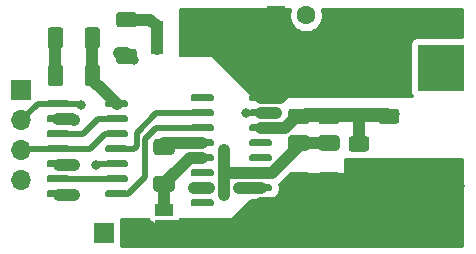
<source format=gbr>
%TF.GenerationSoftware,KiCad,Pcbnew,(5.1.9)-1*%
%TF.CreationDate,2021-11-14T21:39:45-06:00*%
%TF.ProjectId,BLDC_Cont,424c4443-5f43-46f6-9e74-2e6b69636164,rev?*%
%TF.SameCoordinates,Original*%
%TF.FileFunction,Copper,L1,Top*%
%TF.FilePolarity,Positive*%
%FSLAX46Y46*%
G04 Gerber Fmt 4.6, Leading zero omitted, Abs format (unit mm)*
G04 Created by KiCad (PCBNEW (5.1.9)-1) date 2021-11-14 21:39:45*
%MOMM*%
%LPD*%
G01*
G04 APERTURE LIST*
%TA.AperFunction,SMDPad,CuDef*%
%ADD10R,1.000000X0.950000*%
%TD*%
%TA.AperFunction,SMDPad,CuDef*%
%ADD11R,4.900000X3.200000*%
%TD*%
%TA.AperFunction,ComponentPad*%
%ADD12C,4.000000*%
%TD*%
%TA.AperFunction,ComponentPad*%
%ADD13R,4.000000X4.000000*%
%TD*%
%TA.AperFunction,ComponentPad*%
%ADD14R,1.600000X1.600000*%
%TD*%
%TA.AperFunction,ComponentPad*%
%ADD15C,1.600000*%
%TD*%
%TA.AperFunction,SMDPad,CuDef*%
%ADD16R,1.200000X0.900000*%
%TD*%
%TA.AperFunction,SMDPad,CuDef*%
%ADD17R,1.500000X1.000000*%
%TD*%
%TA.AperFunction,ComponentPad*%
%ADD18R,1.700000X1.700000*%
%TD*%
%TA.AperFunction,ComponentPad*%
%ADD19O,1.700000X1.700000*%
%TD*%
%TA.AperFunction,ViaPad*%
%ADD20C,0.800000*%
%TD*%
%TA.AperFunction,Conductor*%
%ADD21C,1.000000*%
%TD*%
%TA.AperFunction,Conductor*%
%ADD22C,0.500000*%
%TD*%
%TA.AperFunction,Conductor*%
%ADD23C,0.254000*%
%TD*%
%TA.AperFunction,Conductor*%
%ADD24C,0.100000*%
%TD*%
G04 APERTURE END LIST*
D10*
%TO.P,D3,1*%
%TO.N,Net-(D3-Pad1)*%
X163855000Y-108920000D03*
D11*
%TO.P,D3,3*%
%TO.N,/VDD*%
X168205000Y-107950000D03*
D10*
%TO.P,D3,2*%
%TO.N,Net-(D3-Pad1)*%
X163855000Y-106980000D03*
%TD*%
D12*
%TO.P,C7,2*%
%TO.N,GNDPWR*%
X187960000Y-120490000D03*
D13*
%TO.P,C7,1*%
%TO.N,+VDC*%
X187960000Y-110490000D03*
%TD*%
%TO.P,C1,1*%
%TO.N,+5VD*%
%TA.AperFunction,SMDPad,CuDef*%
G36*
G01*
X163814997Y-116520000D02*
X165115003Y-116520000D01*
G75*
G02*
X165365000Y-116769997I0J-249997D01*
G01*
X165365000Y-117595003D01*
G75*
G02*
X165115003Y-117845000I-249997J0D01*
G01*
X163814997Y-117845000D01*
G75*
G02*
X163565000Y-117595003I0J249997D01*
G01*
X163565000Y-116769997D01*
G75*
G02*
X163814997Y-116520000I249997J0D01*
G01*
G37*
%TD.AperFunction*%
%TO.P,C1,2*%
%TO.N,GNDD*%
%TA.AperFunction,SMDPad,CuDef*%
G36*
G01*
X163814997Y-119645000D02*
X165115003Y-119645000D01*
G75*
G02*
X165365000Y-119894997I0J-249997D01*
G01*
X165365000Y-120720003D01*
G75*
G02*
X165115003Y-120970000I-249997J0D01*
G01*
X163814997Y-120970000D01*
G75*
G02*
X163565000Y-120720003I0J249997D01*
G01*
X163565000Y-119894997D01*
G75*
G02*
X163814997Y-119645000I249997J0D01*
G01*
G37*
%TD.AperFunction*%
%TD*%
%TO.P,C2,2*%
%TO.N,GNDPWR*%
%TA.AperFunction,SMDPad,CuDef*%
G36*
G01*
X175244997Y-119302500D02*
X176545003Y-119302500D01*
G75*
G02*
X176795000Y-119552497I0J-249997D01*
G01*
X176795000Y-120377503D01*
G75*
G02*
X176545003Y-120627500I-249997J0D01*
G01*
X175244997Y-120627500D01*
G75*
G02*
X174995000Y-120377503I0J249997D01*
G01*
X174995000Y-119552497D01*
G75*
G02*
X175244997Y-119302500I249997J0D01*
G01*
G37*
%TD.AperFunction*%
%TO.P,C2,1*%
%TO.N,+12V*%
%TA.AperFunction,SMDPad,CuDef*%
G36*
G01*
X175244997Y-116177500D02*
X176545003Y-116177500D01*
G75*
G02*
X176795000Y-116427497I0J-249997D01*
G01*
X176795000Y-117252503D01*
G75*
G02*
X176545003Y-117502500I-249997J0D01*
G01*
X175244997Y-117502500D01*
G75*
G02*
X174995000Y-117252503I0J249997D01*
G01*
X174995000Y-116427497D01*
G75*
G02*
X175244997Y-116177500I249997J0D01*
G01*
G37*
%TD.AperFunction*%
%TD*%
%TO.P,C3,1*%
%TO.N,+12V*%
%TA.AperFunction,SMDPad,CuDef*%
G36*
G01*
X177784997Y-116177500D02*
X179085003Y-116177500D01*
G75*
G02*
X179335000Y-116427497I0J-249997D01*
G01*
X179335000Y-117252503D01*
G75*
G02*
X179085003Y-117502500I-249997J0D01*
G01*
X177784997Y-117502500D01*
G75*
G02*
X177535000Y-117252503I0J249997D01*
G01*
X177535000Y-116427497D01*
G75*
G02*
X177784997Y-116177500I249997J0D01*
G01*
G37*
%TD.AperFunction*%
%TO.P,C3,2*%
%TO.N,GNDPWR*%
%TA.AperFunction,SMDPad,CuDef*%
G36*
G01*
X177784997Y-119302500D02*
X179085003Y-119302500D01*
G75*
G02*
X179335000Y-119552497I0J-249997D01*
G01*
X179335000Y-120377503D01*
G75*
G02*
X179085003Y-120627500I-249997J0D01*
G01*
X177784997Y-120627500D01*
G75*
G02*
X177535000Y-120377503I0J249997D01*
G01*
X177535000Y-119552497D01*
G75*
G02*
X177784997Y-119302500I249997J0D01*
G01*
G37*
%TD.AperFunction*%
%TD*%
%TO.P,C4,2*%
%TO.N,/PHASE*%
%TA.AperFunction,SMDPad,CuDef*%
G36*
G01*
X175244997Y-113930000D02*
X176545003Y-113930000D01*
G75*
G02*
X176795000Y-114179997I0J-249997D01*
G01*
X176795000Y-115005003D01*
G75*
G02*
X176545003Y-115255000I-249997J0D01*
G01*
X175244997Y-115255000D01*
G75*
G02*
X174995000Y-115005003I0J249997D01*
G01*
X174995000Y-114179997D01*
G75*
G02*
X175244997Y-113930000I249997J0D01*
G01*
G37*
%TD.AperFunction*%
%TO.P,C4,1*%
%TO.N,/VDD*%
%TA.AperFunction,SMDPad,CuDef*%
G36*
G01*
X175244997Y-110805000D02*
X176545003Y-110805000D01*
G75*
G02*
X176795000Y-111054997I0J-249997D01*
G01*
X176795000Y-111880003D01*
G75*
G02*
X176545003Y-112130000I-249997J0D01*
G01*
X175244997Y-112130000D01*
G75*
G02*
X174995000Y-111880003I0J249997D01*
G01*
X174995000Y-111054997D01*
G75*
G02*
X175244997Y-110805000I249997J0D01*
G01*
G37*
%TD.AperFunction*%
%TD*%
%TO.P,C5,1*%
%TO.N,/VDD*%
%TA.AperFunction,SMDPad,CuDef*%
G36*
G01*
X177784997Y-110805000D02*
X179085003Y-110805000D01*
G75*
G02*
X179335000Y-111054997I0J-249997D01*
G01*
X179335000Y-111880003D01*
G75*
G02*
X179085003Y-112130000I-249997J0D01*
G01*
X177784997Y-112130000D01*
G75*
G02*
X177535000Y-111880003I0J249997D01*
G01*
X177535000Y-111054997D01*
G75*
G02*
X177784997Y-110805000I249997J0D01*
G01*
G37*
%TD.AperFunction*%
%TO.P,C5,2*%
%TO.N,/PHASE*%
%TA.AperFunction,SMDPad,CuDef*%
G36*
G01*
X177784997Y-113930000D02*
X179085003Y-113930000D01*
G75*
G02*
X179335000Y-114179997I0J-249997D01*
G01*
X179335000Y-115005003D01*
G75*
G02*
X179085003Y-115255000I-249997J0D01*
G01*
X177784997Y-115255000D01*
G75*
G02*
X177535000Y-115005003I0J249997D01*
G01*
X177535000Y-114179997D01*
G75*
G02*
X177784997Y-113930000I249997J0D01*
G01*
G37*
%TD.AperFunction*%
%TD*%
D14*
%TO.P,C6,1*%
%TO.N,/VDD*%
X173990000Y-106045000D03*
D15*
%TO.P,C6,2*%
%TO.N,/PHASE*%
X176490000Y-106045000D03*
%TD*%
D16*
%TO.P,D4,1*%
%TO.N,/VDD*%
X180975000Y-111380000D03*
%TO.P,D4,2*%
%TO.N,/PHASE*%
X180975000Y-114680000D03*
%TD*%
%TO.P,R3,2*%
%TO.N,+12V*%
%TA.AperFunction,SMDPad,CuDef*%
G36*
G01*
X160664999Y-108850000D02*
X161915001Y-108850000D01*
G75*
G02*
X162165000Y-109099999I0J-249999D01*
G01*
X162165000Y-109900001D01*
G75*
G02*
X161915001Y-110150000I-249999J0D01*
G01*
X160664999Y-110150000D01*
G75*
G02*
X160415000Y-109900001I0J249999D01*
G01*
X160415000Y-109099999D01*
G75*
G02*
X160664999Y-108850000I249999J0D01*
G01*
G37*
%TD.AperFunction*%
%TO.P,R3,1*%
%TO.N,Net-(D3-Pad1)*%
%TA.AperFunction,SMDPad,CuDef*%
G36*
G01*
X160664999Y-105750000D02*
X161915001Y-105750000D01*
G75*
G02*
X162165000Y-105999999I0J-249999D01*
G01*
X162165000Y-106800001D01*
G75*
G02*
X161915001Y-107050000I-249999J0D01*
G01*
X160664999Y-107050000D01*
G75*
G02*
X160415000Y-106800001I0J249999D01*
G01*
X160415000Y-105999999D01*
G75*
G02*
X160664999Y-105750000I249999J0D01*
G01*
G37*
%TD.AperFunction*%
%TD*%
%TO.P,R4,1*%
%TO.N,/VDD*%
%TA.AperFunction,SMDPad,CuDef*%
G36*
G01*
X182889999Y-110830000D02*
X184140001Y-110830000D01*
G75*
G02*
X184390000Y-111079999I0J-249999D01*
G01*
X184390000Y-111880001D01*
G75*
G02*
X184140001Y-112130000I-249999J0D01*
G01*
X182889999Y-112130000D01*
G75*
G02*
X182640000Y-111880001I0J249999D01*
G01*
X182640000Y-111079999D01*
G75*
G02*
X182889999Y-110830000I249999J0D01*
G01*
G37*
%TD.AperFunction*%
%TO.P,R4,2*%
%TO.N,/PHASE*%
%TA.AperFunction,SMDPad,CuDef*%
G36*
G01*
X182889999Y-113930000D02*
X184140001Y-113930000D01*
G75*
G02*
X184390000Y-114179999I0J-249999D01*
G01*
X184390000Y-114980001D01*
G75*
G02*
X184140001Y-115230000I-249999J0D01*
G01*
X182889999Y-115230000D01*
G75*
G02*
X182640000Y-114980001I0J249999D01*
G01*
X182640000Y-114179999D01*
G75*
G02*
X182889999Y-113930000I249999J0D01*
G01*
G37*
%TD.AperFunction*%
%TD*%
%TO.P,R5,1*%
%TO.N,/PHASE*%
%TA.AperFunction,SMDPad,CuDef*%
G36*
G01*
X180349999Y-116265000D02*
X181600001Y-116265000D01*
G75*
G02*
X181850000Y-116514999I0J-249999D01*
G01*
X181850000Y-117315001D01*
G75*
G02*
X181600001Y-117565000I-249999J0D01*
G01*
X180349999Y-117565000D01*
G75*
G02*
X180100000Y-117315001I0J249999D01*
G01*
X180100000Y-116514999D01*
G75*
G02*
X180349999Y-116265000I249999J0D01*
G01*
G37*
%TD.AperFunction*%
%TO.P,R5,2*%
%TO.N,GNDPWR*%
%TA.AperFunction,SMDPad,CuDef*%
G36*
G01*
X180349999Y-119365000D02*
X181600001Y-119365000D01*
G75*
G02*
X181850000Y-119614999I0J-249999D01*
G01*
X181850000Y-120415001D01*
G75*
G02*
X181600001Y-120665000I-249999J0D01*
G01*
X180349999Y-120665000D01*
G75*
G02*
X180100000Y-120415001I0J249999D01*
G01*
X180100000Y-119614999D01*
G75*
G02*
X180349999Y-119365000I249999J0D01*
G01*
G37*
%TD.AperFunction*%
%TD*%
%TO.P,U1,1*%
%TO.N,Net-(U1-Pad1)*%
%TA.AperFunction,SMDPad,CuDef*%
G36*
G01*
X166730000Y-113180000D02*
X166730000Y-112880000D01*
G75*
G02*
X166880000Y-112730000I150000J0D01*
G01*
X168530000Y-112730000D01*
G75*
G02*
X168680000Y-112880000I0J-150000D01*
G01*
X168680000Y-113180000D01*
G75*
G02*
X168530000Y-113330000I-150000J0D01*
G01*
X166880000Y-113330000D01*
G75*
G02*
X166730000Y-113180000I0J150000D01*
G01*
G37*
%TD.AperFunction*%
%TO.P,U1,2*%
%TO.N,/A_Safe*%
%TA.AperFunction,SMDPad,CuDef*%
G36*
G01*
X166730000Y-114450000D02*
X166730000Y-114150000D01*
G75*
G02*
X166880000Y-114000000I150000J0D01*
G01*
X168530000Y-114000000D01*
G75*
G02*
X168680000Y-114150000I0J-150000D01*
G01*
X168680000Y-114450000D01*
G75*
G02*
X168530000Y-114600000I-150000J0D01*
G01*
X166880000Y-114600000D01*
G75*
G02*
X166730000Y-114450000I0J150000D01*
G01*
G37*
%TD.AperFunction*%
%TO.P,U1,3*%
%TO.N,/B_Safe*%
%TA.AperFunction,SMDPad,CuDef*%
G36*
G01*
X166730000Y-115720000D02*
X166730000Y-115420000D01*
G75*
G02*
X166880000Y-115270000I150000J0D01*
G01*
X168530000Y-115270000D01*
G75*
G02*
X168680000Y-115420000I0J-150000D01*
G01*
X168680000Y-115720000D01*
G75*
G02*
X168530000Y-115870000I-150000J0D01*
G01*
X166880000Y-115870000D01*
G75*
G02*
X166730000Y-115720000I0J150000D01*
G01*
G37*
%TD.AperFunction*%
%TO.P,U1,4*%
%TO.N,+5VD*%
%TA.AperFunction,SMDPad,CuDef*%
G36*
G01*
X166730000Y-116990000D02*
X166730000Y-116690000D01*
G75*
G02*
X166880000Y-116540000I150000J0D01*
G01*
X168530000Y-116540000D01*
G75*
G02*
X168680000Y-116690000I0J-150000D01*
G01*
X168680000Y-116990000D01*
G75*
G02*
X168530000Y-117140000I-150000J0D01*
G01*
X166880000Y-117140000D01*
G75*
G02*
X166730000Y-116990000I0J150000D01*
G01*
G37*
%TD.AperFunction*%
%TO.P,U1,5*%
%TO.N,GNDD*%
%TA.AperFunction,SMDPad,CuDef*%
G36*
G01*
X166730000Y-118260000D02*
X166730000Y-117960000D01*
G75*
G02*
X166880000Y-117810000I150000J0D01*
G01*
X168530000Y-117810000D01*
G75*
G02*
X168680000Y-117960000I0J-150000D01*
G01*
X168680000Y-118260000D01*
G75*
G02*
X168530000Y-118410000I-150000J0D01*
G01*
X166880000Y-118410000D01*
G75*
G02*
X166730000Y-118260000I0J150000D01*
G01*
G37*
%TD.AperFunction*%
%TO.P,U1,6*%
%TO.N,Net-(U1-Pad6)*%
%TA.AperFunction,SMDPad,CuDef*%
G36*
G01*
X166730000Y-119530000D02*
X166730000Y-119230000D01*
G75*
G02*
X166880000Y-119080000I150000J0D01*
G01*
X168530000Y-119080000D01*
G75*
G02*
X168680000Y-119230000I0J-150000D01*
G01*
X168680000Y-119530000D01*
G75*
G02*
X168530000Y-119680000I-150000J0D01*
G01*
X166880000Y-119680000D01*
G75*
G02*
X166730000Y-119530000I0J150000D01*
G01*
G37*
%TD.AperFunction*%
%TO.P,U1,7*%
%TO.N,+5VD*%
%TA.AperFunction,SMDPad,CuDef*%
G36*
G01*
X166730000Y-120800000D02*
X166730000Y-120500000D01*
G75*
G02*
X166880000Y-120350000I150000J0D01*
G01*
X168530000Y-120350000D01*
G75*
G02*
X168680000Y-120500000I0J-150000D01*
G01*
X168680000Y-120800000D01*
G75*
G02*
X168530000Y-120950000I-150000J0D01*
G01*
X166880000Y-120950000D01*
G75*
G02*
X166730000Y-120800000I0J150000D01*
G01*
G37*
%TD.AperFunction*%
%TO.P,U1,8*%
%TO.N,Net-(U1-Pad8)*%
%TA.AperFunction,SMDPad,CuDef*%
G36*
G01*
X166730000Y-122070000D02*
X166730000Y-121770000D01*
G75*
G02*
X166880000Y-121620000I150000J0D01*
G01*
X168530000Y-121620000D01*
G75*
G02*
X168680000Y-121770000I0J-150000D01*
G01*
X168680000Y-122070000D01*
G75*
G02*
X168530000Y-122220000I-150000J0D01*
G01*
X166880000Y-122220000D01*
G75*
G02*
X166730000Y-122070000I0J150000D01*
G01*
G37*
%TD.AperFunction*%
%TO.P,U1,9*%
%TO.N,GNDPWR*%
%TA.AperFunction,SMDPad,CuDef*%
G36*
G01*
X171680000Y-122070000D02*
X171680000Y-121770000D01*
G75*
G02*
X171830000Y-121620000I150000J0D01*
G01*
X173480000Y-121620000D01*
G75*
G02*
X173630000Y-121770000I0J-150000D01*
G01*
X173630000Y-122070000D01*
G75*
G02*
X173480000Y-122220000I-150000J0D01*
G01*
X171830000Y-122220000D01*
G75*
G02*
X171680000Y-122070000I0J150000D01*
G01*
G37*
%TD.AperFunction*%
%TO.P,U1,10*%
%TO.N,/V_OL*%
%TA.AperFunction,SMDPad,CuDef*%
G36*
G01*
X171680000Y-120800000D02*
X171680000Y-120500000D01*
G75*
G02*
X171830000Y-120350000I150000J0D01*
G01*
X173480000Y-120350000D01*
G75*
G02*
X173630000Y-120500000I0J-150000D01*
G01*
X173630000Y-120800000D01*
G75*
G02*
X173480000Y-120950000I-150000J0D01*
G01*
X171830000Y-120950000D01*
G75*
G02*
X171680000Y-120800000I0J150000D01*
G01*
G37*
%TD.AperFunction*%
%TO.P,U1,11*%
%TO.N,+12V*%
%TA.AperFunction,SMDPad,CuDef*%
G36*
G01*
X171680000Y-119530000D02*
X171680000Y-119230000D01*
G75*
G02*
X171830000Y-119080000I150000J0D01*
G01*
X173480000Y-119080000D01*
G75*
G02*
X173630000Y-119230000I0J-150000D01*
G01*
X173630000Y-119530000D01*
G75*
G02*
X173480000Y-119680000I-150000J0D01*
G01*
X171830000Y-119680000D01*
G75*
G02*
X171680000Y-119530000I0J150000D01*
G01*
G37*
%TD.AperFunction*%
%TO.P,U1,12*%
%TO.N,Net-(U1-Pad12)*%
%TA.AperFunction,SMDPad,CuDef*%
G36*
G01*
X171680000Y-118260000D02*
X171680000Y-117960000D01*
G75*
G02*
X171830000Y-117810000I150000J0D01*
G01*
X173480000Y-117810000D01*
G75*
G02*
X173630000Y-117960000I0J-150000D01*
G01*
X173630000Y-118260000D01*
G75*
G02*
X173480000Y-118410000I-150000J0D01*
G01*
X171830000Y-118410000D01*
G75*
G02*
X171680000Y-118260000I0J150000D01*
G01*
G37*
%TD.AperFunction*%
%TO.P,U1,13*%
%TO.N,Net-(U1-Pad13)*%
%TA.AperFunction,SMDPad,CuDef*%
G36*
G01*
X171680000Y-116990000D02*
X171680000Y-116690000D01*
G75*
G02*
X171830000Y-116540000I150000J0D01*
G01*
X173480000Y-116540000D01*
G75*
G02*
X173630000Y-116690000I0J-150000D01*
G01*
X173630000Y-116990000D01*
G75*
G02*
X173480000Y-117140000I-150000J0D01*
G01*
X171830000Y-117140000D01*
G75*
G02*
X171680000Y-116990000I0J150000D01*
G01*
G37*
%TD.AperFunction*%
%TO.P,U1,14*%
%TO.N,/PHASE*%
%TA.AperFunction,SMDPad,CuDef*%
G36*
G01*
X171680000Y-115720000D02*
X171680000Y-115420000D01*
G75*
G02*
X171830000Y-115270000I150000J0D01*
G01*
X173480000Y-115270000D01*
G75*
G02*
X173630000Y-115420000I0J-150000D01*
G01*
X173630000Y-115720000D01*
G75*
G02*
X173480000Y-115870000I-150000J0D01*
G01*
X171830000Y-115870000D01*
G75*
G02*
X171680000Y-115720000I0J150000D01*
G01*
G37*
%TD.AperFunction*%
%TO.P,U1,15*%
%TO.N,/V_OH*%
%TA.AperFunction,SMDPad,CuDef*%
G36*
G01*
X171680000Y-114450000D02*
X171680000Y-114150000D01*
G75*
G02*
X171830000Y-114000000I150000J0D01*
G01*
X173480000Y-114000000D01*
G75*
G02*
X173630000Y-114150000I0J-150000D01*
G01*
X173630000Y-114450000D01*
G75*
G02*
X173480000Y-114600000I-150000J0D01*
G01*
X171830000Y-114600000D01*
G75*
G02*
X171680000Y-114450000I0J150000D01*
G01*
G37*
%TD.AperFunction*%
%TO.P,U1,16*%
%TO.N,/VDD*%
%TA.AperFunction,SMDPad,CuDef*%
G36*
G01*
X171680000Y-113180000D02*
X171680000Y-112880000D01*
G75*
G02*
X171830000Y-112730000I150000J0D01*
G01*
X173480000Y-112730000D01*
G75*
G02*
X173630000Y-112880000I0J-150000D01*
G01*
X173630000Y-113180000D01*
G75*
G02*
X173480000Y-113330000I-150000J0D01*
G01*
X171830000Y-113330000D01*
G75*
G02*
X171680000Y-113180000I0J150000D01*
G01*
G37*
%TD.AperFunction*%
%TD*%
D17*
%TO.P,J5,2*%
%TO.N,GNDPWR*%
X164465000Y-123840000D03*
%TO.P,J5,1*%
%TO.N,GNDD*%
X164465000Y-122540000D03*
%TD*%
%TO.P,C8,2*%
%TO.N,GNDD*%
%TA.AperFunction,SMDPad,CuDef*%
G36*
G01*
X155945000Y-107299999D02*
X155945000Y-108600001D01*
G75*
G02*
X155695001Y-108850000I-249999J0D01*
G01*
X154869999Y-108850000D01*
G75*
G02*
X154620000Y-108600001I0J249999D01*
G01*
X154620000Y-107299999D01*
G75*
G02*
X154869999Y-107050000I249999J0D01*
G01*
X155695001Y-107050000D01*
G75*
G02*
X155945000Y-107299999I0J-249999D01*
G01*
G37*
%TD.AperFunction*%
%TO.P,C8,1*%
%TO.N,+5VD*%
%TA.AperFunction,SMDPad,CuDef*%
G36*
G01*
X159070000Y-107299999D02*
X159070000Y-108600001D01*
G75*
G02*
X158820001Y-108850000I-249999J0D01*
G01*
X157994999Y-108850000D01*
G75*
G02*
X157745000Y-108600001I0J249999D01*
G01*
X157745000Y-107299999D01*
G75*
G02*
X157994999Y-107050000I249999J0D01*
G01*
X158820001Y-107050000D01*
G75*
G02*
X159070000Y-107299999I0J-249999D01*
G01*
G37*
%TD.AperFunction*%
%TD*%
%TO.P,C9,1*%
%TO.N,+5VD*%
%TA.AperFunction,SMDPad,CuDef*%
G36*
G01*
X159070000Y-110474999D02*
X159070000Y-111775001D01*
G75*
G02*
X158820001Y-112025000I-249999J0D01*
G01*
X157994999Y-112025000D01*
G75*
G02*
X157745000Y-111775001I0J249999D01*
G01*
X157745000Y-110474999D01*
G75*
G02*
X157994999Y-110225000I249999J0D01*
G01*
X158820001Y-110225000D01*
G75*
G02*
X159070000Y-110474999I0J-249999D01*
G01*
G37*
%TD.AperFunction*%
%TO.P,C9,2*%
%TO.N,GNDD*%
%TA.AperFunction,SMDPad,CuDef*%
G36*
G01*
X155945000Y-110474999D02*
X155945000Y-111775001D01*
G75*
G02*
X155695001Y-112025000I-249999J0D01*
G01*
X154869999Y-112025000D01*
G75*
G02*
X154620000Y-111775001I0J249999D01*
G01*
X154620000Y-110474999D01*
G75*
G02*
X154869999Y-110225000I249999J0D01*
G01*
X155695001Y-110225000D01*
G75*
G02*
X155945000Y-110474999I0J-249999D01*
G01*
G37*
%TD.AperFunction*%
%TD*%
%TO.P,U2,1*%
%TO.N,/PWM_A*%
%TA.AperFunction,SMDPad,CuDef*%
G36*
G01*
X154538000Y-113688000D02*
X154538000Y-113388000D01*
G75*
G02*
X154688000Y-113238000I150000J0D01*
G01*
X156338000Y-113238000D01*
G75*
G02*
X156488000Y-113388000I0J-150000D01*
G01*
X156488000Y-113688000D01*
G75*
G02*
X156338000Y-113838000I-150000J0D01*
G01*
X154688000Y-113838000D01*
G75*
G02*
X154538000Y-113688000I0J150000D01*
G01*
G37*
%TD.AperFunction*%
%TO.P,U2,2*%
%TO.N,GNDD*%
%TA.AperFunction,SMDPad,CuDef*%
G36*
G01*
X154538000Y-114958000D02*
X154538000Y-114658000D01*
G75*
G02*
X154688000Y-114508000I150000J0D01*
G01*
X156338000Y-114508000D01*
G75*
G02*
X156488000Y-114658000I0J-150000D01*
G01*
X156488000Y-114958000D01*
G75*
G02*
X156338000Y-115108000I-150000J0D01*
G01*
X154688000Y-115108000D01*
G75*
G02*
X154538000Y-114958000I0J150000D01*
G01*
G37*
%TD.AperFunction*%
%TO.P,U2,3*%
%TO.N,/nA*%
%TA.AperFunction,SMDPad,CuDef*%
G36*
G01*
X154538000Y-116228000D02*
X154538000Y-115928000D01*
G75*
G02*
X154688000Y-115778000I150000J0D01*
G01*
X156338000Y-115778000D01*
G75*
G02*
X156488000Y-115928000I0J-150000D01*
G01*
X156488000Y-116228000D01*
G75*
G02*
X156338000Y-116378000I-150000J0D01*
G01*
X154688000Y-116378000D01*
G75*
G02*
X154538000Y-116228000I0J150000D01*
G01*
G37*
%TD.AperFunction*%
%TO.P,U2,4*%
%TO.N,/PWM_B*%
%TA.AperFunction,SMDPad,CuDef*%
G36*
G01*
X154538000Y-117498000D02*
X154538000Y-117198000D01*
G75*
G02*
X154688000Y-117048000I150000J0D01*
G01*
X156338000Y-117048000D01*
G75*
G02*
X156488000Y-117198000I0J-150000D01*
G01*
X156488000Y-117498000D01*
G75*
G02*
X156338000Y-117648000I-150000J0D01*
G01*
X154688000Y-117648000D01*
G75*
G02*
X154538000Y-117498000I0J150000D01*
G01*
G37*
%TD.AperFunction*%
%TO.P,U2,5*%
%TO.N,GNDD*%
%TA.AperFunction,SMDPad,CuDef*%
G36*
G01*
X154538000Y-118768000D02*
X154538000Y-118468000D01*
G75*
G02*
X154688000Y-118318000I150000J0D01*
G01*
X156338000Y-118318000D01*
G75*
G02*
X156488000Y-118468000I0J-150000D01*
G01*
X156488000Y-118768000D01*
G75*
G02*
X156338000Y-118918000I-150000J0D01*
G01*
X154688000Y-118918000D01*
G75*
G02*
X154538000Y-118768000I0J150000D01*
G01*
G37*
%TD.AperFunction*%
%TO.P,U2,6*%
%TO.N,/nB*%
%TA.AperFunction,SMDPad,CuDef*%
G36*
G01*
X154538000Y-120038000D02*
X154538000Y-119738000D01*
G75*
G02*
X154688000Y-119588000I150000J0D01*
G01*
X156338000Y-119588000D01*
G75*
G02*
X156488000Y-119738000I0J-150000D01*
G01*
X156488000Y-120038000D01*
G75*
G02*
X156338000Y-120188000I-150000J0D01*
G01*
X154688000Y-120188000D01*
G75*
G02*
X154538000Y-120038000I0J150000D01*
G01*
G37*
%TD.AperFunction*%
%TO.P,U2,7*%
%TO.N,GNDD*%
%TA.AperFunction,SMDPad,CuDef*%
G36*
G01*
X154538000Y-121308000D02*
X154538000Y-121008000D01*
G75*
G02*
X154688000Y-120858000I150000J0D01*
G01*
X156338000Y-120858000D01*
G75*
G02*
X156488000Y-121008000I0J-150000D01*
G01*
X156488000Y-121308000D01*
G75*
G02*
X156338000Y-121458000I-150000J0D01*
G01*
X154688000Y-121458000D01*
G75*
G02*
X154538000Y-121308000I0J150000D01*
G01*
G37*
%TD.AperFunction*%
%TO.P,U2,8*%
%TO.N,/B_Safe*%
%TA.AperFunction,SMDPad,CuDef*%
G36*
G01*
X159488000Y-121308000D02*
X159488000Y-121008000D01*
G75*
G02*
X159638000Y-120858000I150000J0D01*
G01*
X161288000Y-120858000D01*
G75*
G02*
X161438000Y-121008000I0J-150000D01*
G01*
X161438000Y-121308000D01*
G75*
G02*
X161288000Y-121458000I-150000J0D01*
G01*
X159638000Y-121458000D01*
G75*
G02*
X159488000Y-121308000I0J150000D01*
G01*
G37*
%TD.AperFunction*%
%TO.P,U2,9*%
%TO.N,/nB*%
%TA.AperFunction,SMDPad,CuDef*%
G36*
G01*
X159488000Y-120038000D02*
X159488000Y-119738000D01*
G75*
G02*
X159638000Y-119588000I150000J0D01*
G01*
X161288000Y-119588000D01*
G75*
G02*
X161438000Y-119738000I0J-150000D01*
G01*
X161438000Y-120038000D01*
G75*
G02*
X161288000Y-120188000I-150000J0D01*
G01*
X159638000Y-120188000D01*
G75*
G02*
X159488000Y-120038000I0J150000D01*
G01*
G37*
%TD.AperFunction*%
%TO.P,U2,10*%
%TO.N,/PWM_A*%
%TA.AperFunction,SMDPad,CuDef*%
G36*
G01*
X159488000Y-118768000D02*
X159488000Y-118468000D01*
G75*
G02*
X159638000Y-118318000I150000J0D01*
G01*
X161288000Y-118318000D01*
G75*
G02*
X161438000Y-118468000I0J-150000D01*
G01*
X161438000Y-118768000D01*
G75*
G02*
X161288000Y-118918000I-150000J0D01*
G01*
X159638000Y-118918000D01*
G75*
G02*
X159488000Y-118768000I0J150000D01*
G01*
G37*
%TD.AperFunction*%
%TO.P,U2,11*%
%TO.N,/A_Safe*%
%TA.AperFunction,SMDPad,CuDef*%
G36*
G01*
X159488000Y-117498000D02*
X159488000Y-117198000D01*
G75*
G02*
X159638000Y-117048000I150000J0D01*
G01*
X161288000Y-117048000D01*
G75*
G02*
X161438000Y-117198000I0J-150000D01*
G01*
X161438000Y-117498000D01*
G75*
G02*
X161288000Y-117648000I-150000J0D01*
G01*
X159638000Y-117648000D01*
G75*
G02*
X159488000Y-117498000I0J150000D01*
G01*
G37*
%TD.AperFunction*%
%TO.P,U2,12*%
%TO.N,/PWM_B*%
%TA.AperFunction,SMDPad,CuDef*%
G36*
G01*
X159488000Y-116228000D02*
X159488000Y-115928000D01*
G75*
G02*
X159638000Y-115778000I150000J0D01*
G01*
X161288000Y-115778000D01*
G75*
G02*
X161438000Y-115928000I0J-150000D01*
G01*
X161438000Y-116228000D01*
G75*
G02*
X161288000Y-116378000I-150000J0D01*
G01*
X159638000Y-116378000D01*
G75*
G02*
X159488000Y-116228000I0J150000D01*
G01*
G37*
%TD.AperFunction*%
%TO.P,U2,13*%
%TO.N,/nA*%
%TA.AperFunction,SMDPad,CuDef*%
G36*
G01*
X159488000Y-114958000D02*
X159488000Y-114658000D01*
G75*
G02*
X159638000Y-114508000I150000J0D01*
G01*
X161288000Y-114508000D01*
G75*
G02*
X161438000Y-114658000I0J-150000D01*
G01*
X161438000Y-114958000D01*
G75*
G02*
X161288000Y-115108000I-150000J0D01*
G01*
X159638000Y-115108000D01*
G75*
G02*
X159488000Y-114958000I0J150000D01*
G01*
G37*
%TD.AperFunction*%
%TO.P,U2,14*%
%TO.N,+5VD*%
%TA.AperFunction,SMDPad,CuDef*%
G36*
G01*
X159488000Y-113688000D02*
X159488000Y-113388000D01*
G75*
G02*
X159638000Y-113238000I150000J0D01*
G01*
X161288000Y-113238000D01*
G75*
G02*
X161438000Y-113388000I0J-150000D01*
G01*
X161438000Y-113688000D01*
G75*
G02*
X161288000Y-113838000I-150000J0D01*
G01*
X159638000Y-113838000D01*
G75*
G02*
X159488000Y-113688000I0J150000D01*
G01*
G37*
%TD.AperFunction*%
%TD*%
D18*
%TO.P,J4,1*%
%TO.N,+5VD*%
X152400000Y-112395000D03*
D19*
%TO.P,J4,2*%
%TO.N,/PWM_A*%
X152400000Y-114935000D03*
%TO.P,J4,3*%
%TO.N,/PWM_B*%
X152400000Y-117475000D03*
%TO.P,J4,4*%
%TO.N,GNDD*%
X152400000Y-120015000D03*
%TD*%
D18*
%TO.P,J6,1*%
%TO.N,+12V*%
X159385000Y-124460000D03*
D19*
%TO.P,J6,2*%
%TO.N,GNDPWR*%
X161925000Y-124460000D03*
%TD*%
D20*
%TO.N,GNDD*%
X155575000Y-121285000D03*
X155575000Y-114935000D03*
%TO.N,+12V*%
X160655000Y-109220000D03*
X161925000Y-109855000D03*
X169545000Y-120015000D03*
X169545000Y-118745000D03*
X169545000Y-117475000D03*
X169545000Y-121285000D03*
%TO.N,+5VD*%
X164465000Y-117182500D03*
X165735000Y-116840000D03*
X167005000Y-116840000D03*
X160305000Y-113380000D03*
X159352500Y-112427500D03*
X158407500Y-111482500D03*
%TO.N,GNDD*%
X155282500Y-111125000D03*
X155282500Y-109512500D03*
X155282500Y-107950000D03*
X156845000Y-114935000D03*
X155575000Y-118745000D03*
X156845000Y-118745000D03*
X156845000Y-121285000D03*
X165100000Y-119843750D03*
X165881250Y-118891250D03*
X167005000Y-118110000D03*
%TO.N,GNDPWR*%
X167005000Y-125095000D03*
X165735000Y-125095000D03*
X164465000Y-125095000D03*
X168275000Y-125095000D03*
X169545000Y-125095000D03*
X170815000Y-125095000D03*
X172085000Y-125095000D03*
X173355000Y-125095000D03*
X174625000Y-125095000D03*
X175895000Y-125095000D03*
X177165000Y-125095000D03*
X178435000Y-125095000D03*
X179705000Y-125095000D03*
X180975000Y-125095000D03*
X182245000Y-125095000D03*
X183515000Y-125095000D03*
X184785000Y-125095000D03*
X186055000Y-125095000D03*
X187325000Y-125095000D03*
%TO.N,/PHASE*%
X176525000Y-114395000D03*
X177805000Y-114395000D03*
X179075000Y-114395000D03*
X181610000Y-114395000D03*
X184055000Y-114395000D03*
%TO.N,/V_OH*%
X173990000Y-114300000D03*
X172655000Y-114300000D03*
X171450000Y-114300000D03*
%TO.N,/V_OL*%
X172720000Y-120650000D03*
X171450000Y-120650000D03*
%TO.N,/PWM_A*%
X158750000Y-118745000D03*
X157480000Y-113665000D03*
%TO.N,+5VD*%
X168275000Y-120650000D03*
X167005000Y-120650000D03*
X158407500Y-107950000D03*
X158407500Y-109562500D03*
%TD*%
D21*
%TO.N,+12V*%
X175895000Y-117115000D02*
X175895000Y-116840000D01*
X173630000Y-119380000D02*
X175895000Y-117115000D01*
X175895000Y-116840000D02*
X178435000Y-116840000D01*
X160655000Y-109220000D02*
X161290000Y-109220000D01*
X169545000Y-120015000D02*
X169545000Y-121285000D01*
X172655000Y-119380000D02*
X169545000Y-119380000D01*
X169545000Y-119380000D02*
X169545000Y-120015000D01*
X169545000Y-117475000D02*
X169545000Y-119380000D01*
X172655000Y-119380000D02*
X173630000Y-119380000D01*
%TO.N,+5VD*%
X164807500Y-116840000D02*
X165735000Y-116840000D01*
X164465000Y-117182500D02*
X164465000Y-117182500D01*
X164465000Y-117182500D02*
X164122500Y-117182500D01*
X164465000Y-116840000D02*
X164807500Y-116840000D01*
X158407500Y-107950000D02*
X158407500Y-111125000D01*
X158407500Y-111482500D02*
X159352500Y-112427500D01*
X158407500Y-111125000D02*
X158407500Y-111482500D01*
X164465000Y-117182500D02*
X164807500Y-116840000D01*
X165735000Y-116840000D02*
X167005000Y-116840000D01*
X167005000Y-116840000D02*
X167705000Y-116840000D01*
X160305000Y-113380000D02*
X160463000Y-113538000D01*
X159352500Y-112427500D02*
X160305000Y-113380000D01*
X158407500Y-111482500D02*
X158407500Y-111482500D01*
%TO.N,GNDD*%
X164465000Y-122540000D02*
X164450000Y-122540000D01*
X155282500Y-107950000D02*
X155282500Y-107950000D01*
X155282500Y-111125000D02*
X155282500Y-111125000D01*
X155282500Y-109512500D02*
X155282500Y-111125000D01*
X155282500Y-107950000D02*
X155282500Y-109512500D01*
X156718000Y-114808000D02*
X156845000Y-114935000D01*
X155513000Y-114808000D02*
X156718000Y-114808000D01*
X155575000Y-118745000D02*
X156845000Y-118745000D01*
X155575000Y-121285000D02*
X156845000Y-121285000D01*
X164465000Y-120307500D02*
X164465000Y-122540000D01*
X164465000Y-122540000D02*
X164465000Y-121224998D01*
X164928750Y-119843750D02*
X164465000Y-120307500D01*
X164465000Y-120307500D02*
X165881250Y-118891250D01*
X165881250Y-118891250D02*
X164928750Y-119843750D01*
X166662500Y-118110000D02*
X165881250Y-118891250D01*
X167005000Y-118110000D02*
X166662500Y-118110000D01*
X167705000Y-118110000D02*
X167005000Y-118110000D01*
%TO.N,GNDPWR*%
X172655000Y-121920000D02*
X173630000Y-121920000D01*
X177165000Y-120015000D02*
X177215000Y-119965000D01*
X177215000Y-119965000D02*
X178435000Y-119965000D01*
X175895000Y-119965000D02*
X177215000Y-119965000D01*
X170735000Y-123840000D02*
X172655000Y-121920000D01*
X164465000Y-123840000D02*
X170735000Y-123840000D01*
X175895000Y-121920000D02*
X177215000Y-120600000D01*
X172655000Y-121920000D02*
X175895000Y-121920000D01*
X177215000Y-119965000D02*
X177215000Y-120600000D01*
X188875000Y-119575000D02*
X187960000Y-120490000D01*
X164465000Y-125095000D02*
X174625000Y-125095000D01*
X187960000Y-124460000D02*
X187960000Y-120490000D01*
X187325000Y-125095000D02*
X187960000Y-124460000D01*
X174625000Y-125095000D02*
X175895000Y-125095000D01*
X175895000Y-125095000D02*
X177165000Y-125095000D01*
X177165000Y-125095000D02*
X178435000Y-125095000D01*
X178435000Y-125095000D02*
X179705000Y-125095000D01*
X179705000Y-125095000D02*
X180975000Y-125095000D01*
X180975000Y-125095000D02*
X182245000Y-125095000D01*
X182245000Y-125095000D02*
X183515000Y-125095000D01*
X183515000Y-125095000D02*
X184785000Y-125095000D01*
X184785000Y-125095000D02*
X186055000Y-125095000D01*
X186055000Y-125095000D02*
X187325000Y-125095000D01*
X187325000Y-125095000D02*
X187325000Y-125095000D01*
X178485000Y-120015000D02*
X178435000Y-119965000D01*
X180975000Y-120015000D02*
X178485000Y-120015000D01*
%TO.N,/PHASE*%
X175736480Y-114592500D02*
X175895000Y-114592500D01*
X174758980Y-115570000D02*
X175736480Y-114592500D01*
X172655000Y-115570000D02*
X174758980Y-115570000D01*
X183502500Y-114592500D02*
X183515000Y-114580000D01*
X175895000Y-114592500D02*
X181952500Y-114592500D01*
X181952500Y-114592500D02*
X183502500Y-114592500D01*
X183330000Y-114395000D02*
X183515000Y-114580000D01*
X176525000Y-114395000D02*
X180245000Y-114395000D01*
X182785000Y-114395000D02*
X183330000Y-114395000D01*
X178593520Y-114592500D02*
X178435000Y-114592500D01*
X180245000Y-114395000D02*
X182785000Y-114395000D01*
X182880000Y-114490000D02*
X182785000Y-114395000D01*
X180975000Y-116915000D02*
X180975000Y-114680000D01*
%TO.N,/VDD*%
X174332500Y-113030000D02*
X175895000Y-111467500D01*
X172655000Y-113030000D02*
X174332500Y-113030000D01*
X183502500Y-111467500D02*
X183515000Y-111480000D01*
X175895000Y-111467500D02*
X183502500Y-111467500D01*
X168205000Y-107950000D02*
X168205000Y-108580000D01*
X173990000Y-106045000D02*
X173990000Y-111695000D01*
X175667500Y-111695000D02*
X175895000Y-111467500D01*
X174332500Y-111922500D02*
X174560000Y-111695000D01*
X174560000Y-111695000D02*
X175667500Y-111695000D01*
X174332500Y-113030000D02*
X174332500Y-111922500D01*
X173990000Y-111695000D02*
X174560000Y-111695000D01*
X171742500Y-111467500D02*
X171417500Y-111792500D01*
X171417500Y-111792500D02*
X172655000Y-113030000D01*
X168205000Y-108580000D02*
X171417500Y-111792500D01*
X173322500Y-112362500D02*
X172427500Y-111467500D01*
X172427500Y-111467500D02*
X171742500Y-111467500D01*
X175895000Y-111467500D02*
X172427500Y-111467500D01*
X173990000Y-111695000D02*
X173322500Y-112362500D01*
X173322500Y-112362500D02*
X172655000Y-113030000D01*
%TO.N,Net-(D3-Pad1)*%
X163275000Y-106400000D02*
X163855000Y-106980000D01*
X161290000Y-106400000D02*
X163275000Y-106400000D01*
X163855000Y-108920000D02*
X163855000Y-106980000D01*
%TO.N,/V_OH*%
X172655000Y-114300000D02*
X173990000Y-114300000D01*
%TO.N,/V_OL*%
X172655000Y-120650000D02*
X172720000Y-120650000D01*
X171450000Y-120650000D02*
X170815000Y-120650000D01*
X171450000Y-120650000D02*
X172720000Y-120650000D01*
D22*
%TO.N,/PWM_A*%
X158877000Y-118618000D02*
X158750000Y-118745000D01*
X157353000Y-113538000D02*
X157480000Y-113665000D01*
X155513000Y-113538000D02*
X157353000Y-113538000D01*
D21*
%TO.N,+5VD*%
X167705000Y-120650000D02*
X168275000Y-120650000D01*
X167705000Y-120650000D02*
X167005000Y-120650000D01*
D22*
%TO.N,/PWM_A*%
X160463000Y-118618000D02*
X158877000Y-118618000D01*
X153797000Y-113538000D02*
X152400000Y-114935000D01*
X155513000Y-113538000D02*
X153797000Y-113538000D01*
%TO.N,/PWM_B*%
X155513000Y-117348000D02*
X158242000Y-117348000D01*
X158242000Y-117348000D02*
X159512000Y-116078000D01*
X155513000Y-117348000D02*
X154178000Y-117348000D01*
X152527000Y-117348000D02*
X152400000Y-117475000D01*
X155513000Y-117348000D02*
X152527000Y-117348000D01*
%TO.N,/A_Safe*%
X161417000Y-117348000D02*
X161906980Y-117348000D01*
X160463000Y-117348000D02*
X161417000Y-117348000D01*
X161906980Y-117348000D02*
X162169990Y-117084990D01*
X162169990Y-117084990D02*
X162169990Y-115960010D01*
X163830000Y-114300000D02*
X167705000Y-114300000D01*
X162169990Y-115960010D02*
X163830000Y-114300000D01*
%TO.N,/B_Safe*%
X160782000Y-121158000D02*
X159860010Y-121158000D01*
X163830000Y-115570000D02*
X162870000Y-116530000D01*
X167705000Y-115570000D02*
X163830000Y-115570000D01*
X161438000Y-121158000D02*
X160463000Y-121158000D01*
X162870000Y-119726000D02*
X161438000Y-121158000D01*
X162870000Y-116530000D02*
X162870000Y-119726000D01*
%TO.N,/nA*%
X155513000Y-116078000D02*
X157607000Y-116078000D01*
X158877000Y-114808000D02*
X159544990Y-114808000D01*
X157607000Y-116078000D02*
X158877000Y-114808000D01*
%TO.N,/nB*%
X155513000Y-119888000D02*
X159544990Y-119888000D01*
%TD*%
D23*
%TO.N,/VDD*%
X175110147Y-105626426D02*
X175055000Y-105903665D01*
X175055000Y-106186335D01*
X175110147Y-106463574D01*
X175218320Y-106724727D01*
X175375363Y-106959759D01*
X175575241Y-107159637D01*
X175810273Y-107316680D01*
X176071426Y-107424853D01*
X176348665Y-107480000D01*
X176631335Y-107480000D01*
X176908574Y-107424853D01*
X177169727Y-107316680D01*
X177404759Y-107159637D01*
X177604637Y-106959759D01*
X177761680Y-106724727D01*
X177869853Y-106463574D01*
X177925000Y-106186335D01*
X177925000Y-105903665D01*
X177869853Y-105626426D01*
X177832812Y-105537000D01*
X189738000Y-105537000D01*
X189738000Y-107851928D01*
X185960000Y-107851928D01*
X185835518Y-107864188D01*
X185715820Y-107900498D01*
X185605506Y-107959463D01*
X185508815Y-108038815D01*
X185429463Y-108135506D01*
X185370498Y-108245820D01*
X185334188Y-108365518D01*
X185321928Y-108490000D01*
X185321928Y-112490000D01*
X185334188Y-112614482D01*
X185370498Y-112734180D01*
X185429463Y-112844494D01*
X185477477Y-112903000D01*
X172137606Y-112903000D01*
X167767000Y-108532394D01*
X167767000Y-105537000D01*
X175147188Y-105537000D01*
X175110147Y-105626426D01*
%TA.AperFunction,Conductor*%
D24*
G36*
X175110147Y-105626426D02*
G01*
X175055000Y-105903665D01*
X175055000Y-106186335D01*
X175110147Y-106463574D01*
X175218320Y-106724727D01*
X175375363Y-106959759D01*
X175575241Y-107159637D01*
X175810273Y-107316680D01*
X176071426Y-107424853D01*
X176348665Y-107480000D01*
X176631335Y-107480000D01*
X176908574Y-107424853D01*
X177169727Y-107316680D01*
X177404759Y-107159637D01*
X177604637Y-106959759D01*
X177761680Y-106724727D01*
X177869853Y-106463574D01*
X177925000Y-106186335D01*
X177925000Y-105903665D01*
X177869853Y-105626426D01*
X177832812Y-105537000D01*
X189738000Y-105537000D01*
X189738000Y-107851928D01*
X185960000Y-107851928D01*
X185835518Y-107864188D01*
X185715820Y-107900498D01*
X185605506Y-107959463D01*
X185508815Y-108038815D01*
X185429463Y-108135506D01*
X185370498Y-108245820D01*
X185334188Y-108365518D01*
X185321928Y-108490000D01*
X185321928Y-112490000D01*
X185334188Y-112614482D01*
X185370498Y-112734180D01*
X185429463Y-112844494D01*
X185477477Y-112903000D01*
X172137606Y-112903000D01*
X167767000Y-108532394D01*
X167767000Y-105537000D01*
X175147188Y-105537000D01*
X175110147Y-105626426D01*
G37*
%TD.AperFunction*%
%TD*%
D23*
%TO.N,/VDD*%
X168783000Y-106553000D02*
X165862000Y-106553000D01*
X165862000Y-105537000D01*
X168783000Y-105537000D01*
X168783000Y-106553000D01*
%TA.AperFunction,Conductor*%
D24*
G36*
X168783000Y-106553000D02*
G01*
X165862000Y-106553000D01*
X165862000Y-105537000D01*
X168783000Y-105537000D01*
X168783000Y-106553000D01*
G37*
%TD.AperFunction*%
%TD*%
D23*
%TO.N,GNDPWR*%
X189738000Y-125603000D02*
X160798407Y-125603000D01*
X160824502Y-125554180D01*
X160860812Y-125434482D01*
X160873072Y-125310000D01*
X160873072Y-123610000D01*
X160860812Y-123485518D01*
X160824502Y-123365820D01*
X160798407Y-123317000D01*
X163143041Y-123317000D01*
X163184463Y-123394494D01*
X163263815Y-123491185D01*
X163360506Y-123570537D01*
X163470820Y-123629502D01*
X163590518Y-123665812D01*
X163715000Y-123678072D01*
X164440439Y-123678072D01*
X164465000Y-123680491D01*
X164489561Y-123678072D01*
X165215000Y-123678072D01*
X165339482Y-123665812D01*
X165459180Y-123629502D01*
X165569494Y-123570537D01*
X165666185Y-123491185D01*
X165745537Y-123394494D01*
X165786959Y-123317000D01*
X170180000Y-123317000D01*
X170204776Y-123314560D01*
X170228601Y-123307333D01*
X170250557Y-123295597D01*
X170269803Y-123279803D01*
X171764606Y-121785000D01*
X172775752Y-121785000D01*
X172942499Y-121768577D01*
X173156447Y-121703676D01*
X173353623Y-121598284D01*
X173366066Y-121588072D01*
X173480000Y-121588072D01*
X173633745Y-121572929D01*
X173781582Y-121528084D01*
X173917829Y-121455258D01*
X174037251Y-121357251D01*
X174135258Y-121237829D01*
X174208084Y-121101582D01*
X174252929Y-120953745D01*
X174268072Y-120800000D01*
X174268072Y-120500000D01*
X174252929Y-120346255D01*
X174249730Y-120335710D01*
X174263623Y-120328284D01*
X174436449Y-120186449D01*
X174471996Y-120143136D01*
X175108132Y-119507000D01*
X179705000Y-119507000D01*
X179729776Y-119504560D01*
X179753601Y-119497333D01*
X179775557Y-119485597D01*
X179794803Y-119469803D01*
X179810597Y-119450557D01*
X179822333Y-119428601D01*
X179829560Y-119404776D01*
X179832000Y-119380000D01*
X179832000Y-118237000D01*
X189738000Y-118237000D01*
X189738000Y-125603000D01*
%TA.AperFunction,Conductor*%
D24*
G36*
X189738000Y-125603000D02*
G01*
X160798407Y-125603000D01*
X160824502Y-125554180D01*
X160860812Y-125434482D01*
X160873072Y-125310000D01*
X160873072Y-123610000D01*
X160860812Y-123485518D01*
X160824502Y-123365820D01*
X160798407Y-123317000D01*
X163143041Y-123317000D01*
X163184463Y-123394494D01*
X163263815Y-123491185D01*
X163360506Y-123570537D01*
X163470820Y-123629502D01*
X163590518Y-123665812D01*
X163715000Y-123678072D01*
X164440439Y-123678072D01*
X164465000Y-123680491D01*
X164489561Y-123678072D01*
X165215000Y-123678072D01*
X165339482Y-123665812D01*
X165459180Y-123629502D01*
X165569494Y-123570537D01*
X165666185Y-123491185D01*
X165745537Y-123394494D01*
X165786959Y-123317000D01*
X170180000Y-123317000D01*
X170204776Y-123314560D01*
X170228601Y-123307333D01*
X170250557Y-123295597D01*
X170269803Y-123279803D01*
X171764606Y-121785000D01*
X172775752Y-121785000D01*
X172942499Y-121768577D01*
X173156447Y-121703676D01*
X173353623Y-121598284D01*
X173366066Y-121588072D01*
X173480000Y-121588072D01*
X173633745Y-121572929D01*
X173781582Y-121528084D01*
X173917829Y-121455258D01*
X174037251Y-121357251D01*
X174135258Y-121237829D01*
X174208084Y-121101582D01*
X174252929Y-120953745D01*
X174268072Y-120800000D01*
X174268072Y-120500000D01*
X174252929Y-120346255D01*
X174249730Y-120335710D01*
X174263623Y-120328284D01*
X174436449Y-120186449D01*
X174471996Y-120143136D01*
X175108132Y-119507000D01*
X179705000Y-119507000D01*
X179729776Y-119504560D01*
X179753601Y-119497333D01*
X179775557Y-119485597D01*
X179794803Y-119469803D01*
X179810597Y-119450557D01*
X179822333Y-119428601D01*
X179829560Y-119404776D01*
X179832000Y-119380000D01*
X179832000Y-118237000D01*
X189738000Y-118237000D01*
X189738000Y-125603000D01*
G37*
%TD.AperFunction*%
%TD*%
M02*

</source>
